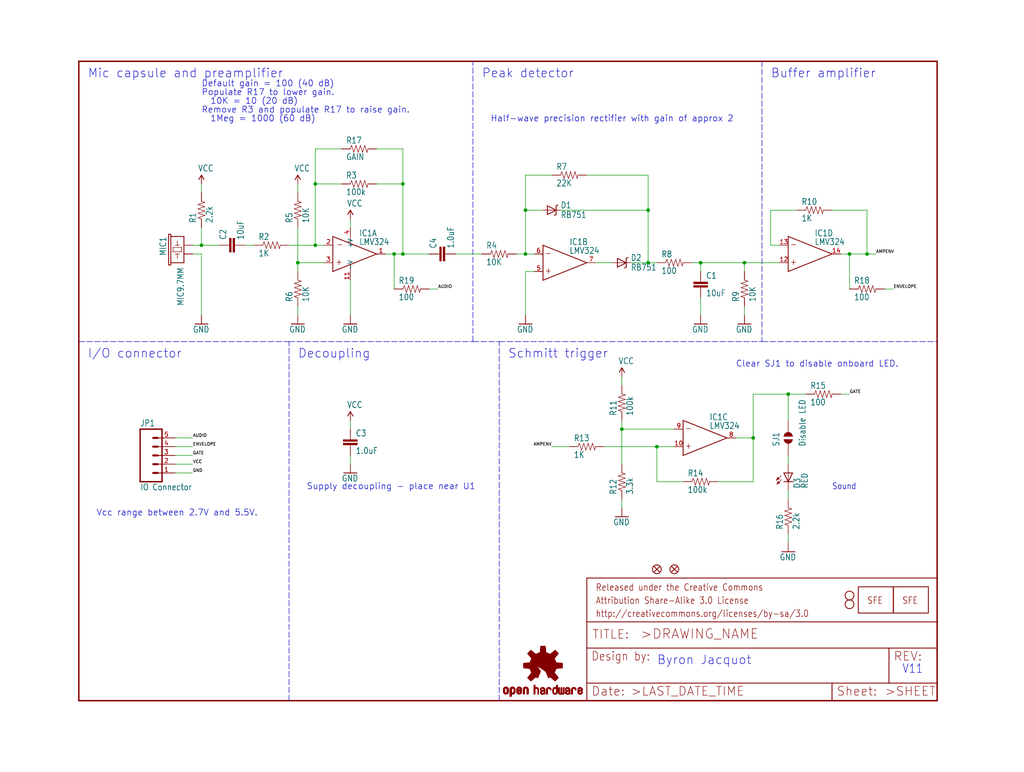
<source format=kicad_sch>
(kicad_sch (version 20211123) (generator eeschema)
  (paper "User" 297.002 223.926)
  (lib_symbols
    (symbol "eagleSchem-eagle-import:1.0UF-16V-10%(0603)"
      (property "Reference" "C" (at 1.524 2.921 0))
      (property "Value" "1.0UF-16V-10%(0603)" (at 1.524 -2.159 0))
      (symbol "1.0UF-16V-10%(0603)_1_0"
        (pin passive line (at 0 5.08 270) (length 2.54) (name "1") (number "1"))
        (pin passive line (at 0 -2.54 90) (length 2.54) (name "2") (number "2"))
      )
    )
    (symbol "eagleSchem-eagle-import:100KOHM1{slash}10W1%(0603)"
      (property "Reference" "R" (at -3.81 1.4986 0))
      (property "Value" "100KOHM1{slash}10W1%(0603)" (at -3.81 -3.302 0))
      (symbol "100KOHM1{slash}10W1%(0603)_1_0"
        (pin passive line (at -5.08 0 0) (length 2.54) (name "1") (number "1"))
        (pin passive line (at 5.08 0 180) (length 2.54) (name "2") (number "2"))
      )
    )
    (symbol "eagleSchem-eagle-import:100OHM1{slash}10W1%(0603)"
      (property "Reference" "R" (at -3.81 1.4986 0))
      (property "Value" "100OHM1{slash}10W1%(0603)" (at -3.81 -3.302 0))
      (symbol "100OHM1{slash}10W1%(0603)_1_0"
        (pin passive line (at -5.08 0 0) (length 2.54) (name "1") (number "1"))
        (pin passive line (at 5.08 0 180) (length 2.54) (name "2") (number "2"))
      )
    )
    (symbol "eagleSchem-eagle-import:10KOHM1{slash}10W1%(0603)0603"
      (property "Reference" "R" (at -3.81 1.4986 0))
      (property "Value" "10KOHM1{slash}10W1%(0603)0603" (at -3.81 -3.302 0))
      (symbol "10KOHM1{slash}10W1%(0603)0603_1_0"
        (pin passive line (at -5.08 0 0) (length 2.54) (name "1") (number "1"))
        (pin passive line (at 5.08 0 180) (length 2.54) (name "2") (number "2"))
      )
    )
    (symbol "eagleSchem-eagle-import:10UF-6.3V-20%(1206)"
      (property "Reference" "C" (at 1.524 2.921 0))
      (property "Value" "10UF-6.3V-20%(1206)" (at 1.524 -2.159 0))
      (symbol "10UF-6.3V-20%(1206)_1_0"
        (pin passive line (at 0 5.08 270) (length 2.54) (name "1") (number "1"))
        (pin passive line (at 0 -2.54 90) (length 2.54) (name "2") (number "2"))
      )
    )
    (symbol "eagleSchem-eagle-import:1KOHM1{slash}10W1%(0603)"
      (property "Reference" "R" (at -3.81 1.4986 0))
      (property "Value" "1KOHM1{slash}10W1%(0603)" (at -3.81 -3.302 0))
      (symbol "1KOHM1{slash}10W1%(0603)_1_0"
        (pin passive line (at -5.08 0 0) (length 2.54) (name "1") (number "1"))
        (pin passive line (at 5.08 0 180) (length 2.54) (name "2") (number "2"))
      )
    )
    (symbol "eagleSchem-eagle-import:2.2KOHM1{slash}10W1%(0603)"
      (property "Reference" "R" (at -3.81 1.4986 0))
      (property "Value" "2.2KOHM1{slash}10W1%(0603)" (at -3.81 -3.302 0))
      (symbol "2.2KOHM1{slash}10W1%(0603)_1_0"
        (pin passive line (at -5.08 0 0) (length 2.54) (name "1") (number "1"))
        (pin passive line (at 5.08 0 180) (length 2.54) (name "2") (number "2"))
      )
    )
    (symbol "eagleSchem-eagle-import:22KOHM1{slash}10W1%(0603)"
      (property "Reference" "R" (at -3.81 1.4986 0))
      (property "Value" "22KOHM1{slash}10W1%(0603)" (at -3.81 -3.302 0))
      (symbol "22KOHM1{slash}10W1%(0603)_1_0"
        (pin passive line (at -5.08 0 0) (length 2.54) (name "1") (number "1"))
        (pin passive line (at 5.08 0 180) (length 2.54) (name "2") (number "2"))
      )
    )
    (symbol "eagleSchem-eagle-import:3.3KOHM1{slash}10W1%(0603)"
      (property "Reference" "R" (at -3.81 1.4986 0))
      (property "Value" "3.3KOHM1{slash}10W1%(0603)" (at -3.81 -3.302 0))
      (symbol "3.3KOHM1{slash}10W1%(0603)_1_0"
        (pin passive line (at -5.08 0 0) (length 2.54) (name "1") (number "1"))
        (pin passive line (at 5.08 0 180) (length 2.54) (name "2") (number "2"))
      )
    )
    (symbol "eagleSchem-eagle-import:FIDUCIAL1X2")
    (symbol "eagleSchem-eagle-import:FRAME-LETTER"
      (symbol "FRAME-LETTER_2_0"
        (text ">DRAWING_NAME" (at 15.494 17.78 0) (effects (font (size 2.7432 2.7432)) (justify left bottom)))
        (text ">LAST_DATE_TIME" (at 12.7 1.27 0) (effects (font (size 2.54 2.54)) (justify left bottom)))
        (text ">SHEET" (at 86.36 1.27 0) (effects (font (size 2.54 2.54)) (justify left bottom)))
        (text "Attribution Share-Alike 3.0 License" (at 2.54 27.94 0) (effects (font (size 1.9304 1.6408)) (justify left bottom)))
        (text "Date:" (at 1.27 1.27 0) (effects (font (size 2.54 2.54)) (justify left bottom)))
        (text "Design by:" (at 1.27 11.43 0) (effects (font (size 2.54 2.159)) (justify left bottom)))
        (text "http://creativecommons.org/licenses/by-sa/3.0" (at 2.54 24.13 0) (effects (font (size 1.9304 1.6408)) (justify left bottom)))
        (text "Released under the Creative Commons" (at 2.54 31.75 0) (effects (font (size 1.9304 1.6408)) (justify left bottom)))
        (text "REV:" (at 88.9 11.43 0) (effects (font (size 2.54 2.54)) (justify left bottom)))
        (text "Sheet:" (at 72.39 1.27 0) (effects (font (size 2.54 2.54)) (justify left bottom)))
        (text "TITLE:" (at 1.524 17.78 0) (effects (font (size 2.54 2.54)) (justify left bottom)))
      )
    )
    (symbol "eagleSchem-eagle-import:GND" (power)
      (property "Value" "GND" (at -2.54 -2.54 0))
      (symbol "GND_1_0"
        (pin power_in line (at 0 2.54 270) (length 2.54) (name "GND") (number "1"))
      )
    )
    (symbol "eagleSchem-eagle-import:LED-RED0603"
      (property "Reference" "D" (at 3.556 -4.572 90))
      (property "Value" "LED-RED0603" (at 5.715 -4.572 90))
      (symbol "LED-RED0603_1_0"
        (pin passive line (at 0 2.54 270) (length 2.54) (name "A") (number "A"))
        (pin passive line (at 0 -5.08 90) (length 2.54) (name "C") (number "C"))
      )
    )
    (symbol "eagleSchem-eagle-import:LMV324"
      (property "Reference" "IC" (at 7.62 5.08 0))
      (property "Value" "LMV324" (at 7.62 2.54 0))
      (symbol "LMV324_1_0"
        (text "+" (at 0.762 -3.302 0) (effects (font (size 1.778 1.5113)) (justify left bottom)))
        (text "-" (at 1.016 1.778 0) (effects (font (size 1.778 1.5113)) (justify left bottom)))
        (pin output line (at 15.24 0 180) (length 2.54) (name "OUT") (number "1"))
        (pin power_in line (at 5.08 -7.62 90) (length 2.54) (name "-V") (number "11"))
        (pin input line (at -2.54 2.54 0) (length 2.54) (name "-IN") (number "2"))
        (pin input line (at -2.54 -2.54 0) (length 2.54) (name "+IN") (number "3"))
        (pin power_in line (at 5.08 7.62 270) (length 2.54) (name "+V") (number "4"))
      )
      (symbol "LMV324_2_0"
        (text "+" (at 0.508 -3.302 0) (effects (font (size 1.778 1.5113)) (justify left bottom)))
        (text "-" (at 0.508 1.778 0) (effects (font (size 1.778 1.5113)) (justify left bottom)))
        (pin input line (at -2.54 -2.54 0) (length 2.54) (name "+IN") (number "5"))
        (pin input line (at -2.54 2.54 0) (length 2.54) (name "-IN") (number "6"))
        (pin output line (at 15.24 0 180) (length 2.54) (name "OUT") (number "7"))
      )
      (symbol "LMV324_3_0"
        (text "+" (at 0.508 -3.302 0) (effects (font (size 1.778 1.5113)) (justify left bottom)))
        (text "-" (at 0.508 1.778 0) (effects (font (size 1.778 1.5113)) (justify left bottom)))
        (pin input line (at -2.54 -2.54 0) (length 2.54) (name "+IN") (number "10"))
        (pin output line (at 15.24 0 180) (length 2.54) (name "OUT") (number "8"))
        (pin input line (at -2.54 2.54 0) (length 2.54) (name "-IN") (number "9"))
      )
      (symbol "LMV324_4_0"
        (text "+" (at 0.508 -3.302 0) (effects (font (size 1.778 1.5113)) (justify left bottom)))
        (text "-" (at 0.508 1.778 0) (effects (font (size 1.778 1.5113)) (justify left bottom)))
        (pin input line (at -2.54 -2.54 0) (length 2.54) (name "+IN") (number "12"))
        (pin input line (at -2.54 2.54 0) (length 2.54) (name "-IN") (number "13"))
        (pin output line (at 15.24 0 180) (length 2.54) (name "OUT") (number "14"))
      )
    )
    (symbol "eagleSchem-eagle-import:LOGO-SFENW2"
      (symbol "LOGO-SFENW2_1_0"
        (text "SFE" (at 0 0 0) (effects (font (size 1.9304 1.6408)) (justify left bottom)))
      )
    )
    (symbol "eagleSchem-eagle-import:LOGO-SFESK"
      (symbol "LOGO-SFESK_1_0"
        (text "SFE" (at 0 0 0) (effects (font (size 1.9304 1.6408)) (justify left bottom)))
      )
    )
    (symbol "eagleSchem-eagle-import:M05PTH"
      (property "Reference" "JP" (at -2.54 8.382 0))
      (property "Value" "M05PTH" (at -2.54 -10.16 0))
      (symbol "M05PTH_1_0"
        (pin passive line (at 7.62 -5.08 180) (length 5.08) (name "1") (number "1"))
        (pin passive line (at 7.62 -2.54 180) (length 5.08) (name "2") (number "2"))
        (pin passive line (at 7.62 0 180) (length 5.08) (name "3") (number "3"))
        (pin passive line (at 7.62 2.54 180) (length 5.08) (name "4") (number "4"))
        (pin passive line (at 7.62 5.08 180) (length 5.08) (name "5") (number "5"))
      )
    )
    (symbol "eagleSchem-eagle-import:MIC9.7MM"
      (property "Value" "MIC9.7MM" (at 6.35 0 0))
      (symbol "MIC9.7MM_1_0"
        (pin passive line (at 0 -2.54 90) (length 2.54) (name "1") (number "1"))
        (pin passive line (at 2.54 -2.54 90) (length 2.54) (name "2") (number "2"))
      )
    )
    (symbol "eagleSchem-eagle-import:OSHW-LOGOM")
    (symbol "eagleSchem-eagle-import:RB751"
      (property "Reference" "D" (at 2.54 0.4826 0))
      (property "Value" "RB751" (at 2.54 -2.3114 0))
      (symbol "RB751_1_0"
        (pin passive line (at -2.54 0 0) (length 2.54) (name "A") (number "A"))
        (pin passive line (at 2.54 0 180) (length 2.54) (name "C") (number "C"))
      )
    )
    (symbol "eagleSchem-eagle-import:RESISTORPTH-1{slash}4W-VERT-KIT"
      (property "Reference" "R" (at -3.81 1.4986 0))
      (property "Value" "RESISTORPTH-1{slash}4W-VERT-KIT" (at -3.81 -3.302 0))
      (symbol "RESISTORPTH-1{slash}4W-VERT-KIT_1_0"
        (pin passive line (at -5.08 0 0) (length 2.54) (name "1") (number "P$1"))
        (pin passive line (at 5.08 0 180) (length 2.54) (name "2") (number "P$2"))
      )
    )
    (symbol "eagleSchem-eagle-import:SOLDERJUMPERNC"
      (property "Reference" "SJ" (at -2.54 2.54 0))
      (property "Value" "SOLDERJUMPERNC" (at -2.54 -5.08 0))
      (symbol "SOLDERJUMPERNC_1_0"
        (pin passive line (at -5.08 0 0) (length 2.54) (name "1") (number "1"))
        (pin passive line (at 5.08 0 180) (length 2.54) (name "2") (number "2"))
      )
    )
    (symbol "eagleSchem-eagle-import:STAND-OFF")
    (symbol "eagleSchem-eagle-import:VCC" (power)
      (property "Value" "VCC" (at -1.016 3.556 0))
      (symbol "VCC_1_0"
        (pin power_in line (at 0 0 90) (length 2.54) (name "VCC") (number "1"))
      )
    )
  )
  (junction (at 215.9 76.2))
  (junction (at 152.4 60.96))
  (junction (at 86.36 76.2))
  (junction (at 91.44 71.12))
  (junction (at 180.34 124.46))
  (junction (at 152.4 73.66))
  (junction (at 228.6 114.3))
  (junction (at 91.44 53.34))
  (junction (at 190.5 129.54))
  (junction (at 203.2 76.2))
  (junction (at 251.46 73.66))
  (junction (at 187.96 60.96))
  (junction (at 58.42 71.12))
  (junction (at 116.84 73.66))
  (junction (at 116.84 53.34))
  (junction (at 114.3 73.66))
  (junction (at 246.38 73.66))
  (junction (at 218.44 127))
  (junction (at 187.96 76.2))
  (wire (pts (xy 91.44 43.18) (xy 99.06 43.18)))
  (wire (pts (xy 241.3 60.96) (xy 251.46 60.96)))
  (wire (pts (xy 114.3 73.66) (xy 114.3 83.82)))
  (wire (pts (xy 200.66 76.2) (xy 203.2 76.2)))
  (wire (pts (xy 187.96 76.2) (xy 187.96 60.96)))
  (polyline (pts (xy 144.78 99.06) (xy 220.98 99.06)))
  (wire (pts (xy 251.46 60.96) (xy 251.46 73.66)))
  (wire (pts (xy 180.34 109.22) (xy 180.34 111.76)))
  (wire (pts (xy 195.58 124.46) (xy 180.34 124.46)))
  (wire (pts (xy 251.46 73.66) (xy 254 73.66)))
  (wire (pts (xy 152.4 50.8) (xy 160.02 50.8)))
  (wire (pts (xy 228.6 121.92) (xy 228.6 114.3)))
  (wire (pts (xy 116.84 73.66) (xy 124.46 73.66)))
  (wire (pts (xy 228.6 114.3) (xy 233.68 114.3)))
  (wire (pts (xy 162.56 60.96) (xy 187.96 60.96)))
  (polyline (pts (xy 22.86 99.06) (xy 83.82 99.06)))
  (wire (pts (xy 101.6 121.92) (xy 101.6 124.46)))
  (polyline (pts (xy 83.82 99.06) (xy 137.16 99.06)))
  (wire (pts (xy 190.5 129.54) (xy 175.26 129.54)))
  (wire (pts (xy 152.4 60.96) (xy 157.48 60.96)))
  (wire (pts (xy 86.36 66.04) (xy 86.36 76.2)))
  (wire (pts (xy 132.08 73.66) (xy 139.7 73.66)))
  (wire (pts (xy 109.22 43.18) (xy 116.84 43.18)))
  (wire (pts (xy 86.36 88.9) (xy 86.36 91.44)))
  (wire (pts (xy 63.5 71.12) (xy 58.42 71.12)))
  (polyline (pts (xy 220.98 17.78) (xy 220.98 99.06)))
  (wire (pts (xy 152.4 60.96) (xy 152.4 50.8)))
  (wire (pts (xy 203.2 78.74) (xy 203.2 76.2)))
  (wire (pts (xy 152.4 91.44) (xy 152.4 78.74)))
  (wire (pts (xy 218.44 127) (xy 218.44 114.3)))
  (wire (pts (xy 203.2 86.36) (xy 203.2 91.44)))
  (wire (pts (xy 223.52 60.96) (xy 231.14 60.96)))
  (wire (pts (xy 111.76 73.66) (xy 114.3 73.66)))
  (wire (pts (xy 55.88 71.12) (xy 58.42 71.12)))
  (wire (pts (xy 218.44 114.3) (xy 228.6 114.3)))
  (wire (pts (xy 172.72 76.2) (xy 177.8 76.2)))
  (wire (pts (xy 116.84 53.34) (xy 109.22 53.34)))
  (wire (pts (xy 180.34 147.32) (xy 180.34 144.78)))
  (wire (pts (xy 187.96 76.2) (xy 190.5 76.2)))
  (polyline (pts (xy 137.16 99.06) (xy 137.16 17.78)))
  (wire (pts (xy 228.6 144.78) (xy 228.6 142.24)))
  (wire (pts (xy 246.38 73.66) (xy 243.84 73.66)))
  (wire (pts (xy 116.84 43.18) (xy 116.84 53.34)))
  (wire (pts (xy 93.98 76.2) (xy 86.36 76.2)))
  (wire (pts (xy 243.84 114.3) (xy 246.38 114.3)))
  (wire (pts (xy 114.3 73.66) (xy 116.84 73.66)))
  (wire (pts (xy 180.34 124.46) (xy 180.34 134.62)))
  (wire (pts (xy 251.46 73.66) (xy 246.38 73.66)))
  (wire (pts (xy 228.6 157.48) (xy 228.6 154.94)))
  (wire (pts (xy 91.44 71.12) (xy 83.82 71.12)))
  (wire (pts (xy 93.98 71.12) (xy 91.44 71.12)))
  (wire (pts (xy 218.44 127) (xy 213.36 127)))
  (wire (pts (xy 101.6 91.44) (xy 101.6 81.28)))
  (wire (pts (xy 226.06 71.12) (xy 223.52 71.12)))
  (wire (pts (xy 187.96 50.8) (xy 170.18 50.8)))
  (wire (pts (xy 58.42 55.88) (xy 58.42 53.34)))
  (wire (pts (xy 71.12 71.12) (xy 73.66 71.12)))
  (wire (pts (xy 116.84 73.66) (xy 116.84 53.34)))
  (wire (pts (xy 91.44 53.34) (xy 91.44 43.18)))
  (wire (pts (xy 182.88 76.2) (xy 187.96 76.2)))
  (wire (pts (xy 187.96 60.96) (xy 187.96 50.8)))
  (wire (pts (xy 50.8 129.54) (xy 55.88 129.54)))
  (wire (pts (xy 223.52 71.12) (xy 223.52 60.96)))
  (wire (pts (xy 124.46 83.82) (xy 127 83.82)))
  (wire (pts (xy 101.6 66.04) (xy 101.6 63.5)))
  (wire (pts (xy 190.5 139.7) (xy 198.12 139.7)))
  (wire (pts (xy 55.88 73.66) (xy 58.42 73.66)))
  (wire (pts (xy 50.8 137.16) (xy 55.88 137.16)))
  (wire (pts (xy 195.58 129.54) (xy 190.5 129.54)))
  (wire (pts (xy 86.36 53.34) (xy 86.36 55.88)))
  (wire (pts (xy 256.54 83.82) (xy 259.08 83.82)))
  (wire (pts (xy 50.8 134.62) (xy 55.88 134.62)))
  (wire (pts (xy 152.4 73.66) (xy 154.94 73.66)))
  (wire (pts (xy 152.4 73.66) (xy 152.4 60.96)))
  (wire (pts (xy 215.9 76.2) (xy 226.06 76.2)))
  (wire (pts (xy 152.4 78.74) (xy 154.94 78.74)))
  (wire (pts (xy 149.86 73.66) (xy 152.4 73.66)))
  (polyline (pts (xy 220.98 99.06) (xy 271.78 99.06)))
  (wire (pts (xy 246.38 83.82) (xy 246.38 73.66)))
  (wire (pts (xy 50.8 132.08) (xy 55.88 132.08)))
  (wire (pts (xy 203.2 76.2) (xy 215.9 76.2)))
  (wire (pts (xy 228.6 134.62) (xy 228.6 132.08)))
  (wire (pts (xy 208.28 139.7) (xy 218.44 139.7)))
  (polyline (pts (xy 144.78 203.2) (xy 144.78 99.06)))
  (wire (pts (xy 215.9 88.9) (xy 215.9 91.44)))
  (wire (pts (xy 50.8 127) (xy 55.88 127)))
  (wire (pts (xy 91.44 53.34) (xy 91.44 71.12)))
  (polyline (pts (xy 137.16 99.06) (xy 144.78 99.06)))
  (wire (pts (xy 58.42 71.12) (xy 58.42 66.04)))
  (wire (pts (xy 218.44 139.7) (xy 218.44 127)))
  (wire (pts (xy 165.1 129.54) (xy 160.02 129.54)))
  (wire (pts (xy 215.9 78.74) (xy 215.9 76.2)))
  (polyline (pts (xy 83.82 203.2) (xy 83.82 99.06)))
  (wire (pts (xy 99.06 53.34) (xy 91.44 53.34)))
  (wire (pts (xy 190.5 129.54) (xy 190.5 139.7)))
  (wire (pts (xy 180.34 121.92) (xy 180.34 124.46)))
  (wire (pts (xy 101.6 134.62) (xy 101.6 132.08)))
  (wire (pts (xy 58.42 91.44) (xy 58.42 73.66)))
  (wire (pts (xy 86.36 76.2) (xy 86.36 78.74)))
  (text "Byron Jacquot" (at 190.5 193.04 180) (effects (font (size 2.54 2.54)) (justify left bottom)))
  (text "Decoupling" (at 86.36 104.14 180) (effects (font (size 2.54 2.54)) (justify left bottom)))
  (text "10K = 10 (20 dB)" (at 60.96 30.48 180) (effects (font (size 1.778 1.778)) (justify left bottom)))
  (text "Peak detector" (at 139.7 22.86 180) (effects (font (size 2.54 2.54)) (justify left bottom)))
  (text "Buffer amplifier" (at 223.52 22.86 180) (effects (font (size 2.54 2.54)) (justify left bottom)))
  (text "Remove R3 and populate R17 to raise gain." (at 58.42 33.02 180) (effects (font (size 1.778 1.778)) (justify left bottom)))
  (text "Default gain = 100 (40 dB)" (at 58.42 25.4 180) (effects (font (size 1.778 1.778)) (justify left bottom)))
  (text "Supply decoupling - place near U1" (at 88.9 142.24 180) (effects (font (size 1.778 1.778)) (justify left bottom)))
  (text "Half-wave precision rectifier with gain of approx 2" (at 142.24 35.56 0) (effects (font (size 1.778 1.778)) (justify left bottom)))
  (text "Mic capsule and preamplifier" (at 25.4 22.86 180) (effects (font (size 2.54 2.54)) (justify left bottom)))
  (text "V11" (at 261.62 195.58 180) (effects (font (size 2.54 2.159)) (justify left bottom)))
  (text "Populate R17 to lower gain." (at 58.42 27.94 180) (effects (font (size 1.778 1.778)) (justify left bottom)))
  (text "1Meg = 1000 (60 dB)" (at 60.96 35.56 180) (effects (font (size 1.778 1.778)) (justify left bottom)))
  (text "Vcc range between 2.7V and 5.5V." (at 27.94 149.86 180) (effects (font (size 1.778 1.778)) (justify left bottom)))
  (text "Sound" (at 241.3 142.24 180) (effects (font (size 1.778 1.5113)) (justify left bottom)))
  (text "Schmitt trigger" (at 147.32 104.14 180) (effects (font (size 2.54 2.54)) (justify left bottom)))
  (text "I/O connector" (at 25.4 104.14 180) (effects (font (size 2.54 2.54)) (justify left bottom)))
  (text "Clear SJ1 to disable onboard LED." (at 213.36 106.68 180) (effects (font (size 1.778 1.778)) (justify left bottom)))
  (label "GND" (at 55.88 137.16 0) (effects (font (size 0.889 0.889))))
  (label "AUDIO" (at 127 83.82 0) (effects (font (size 0.889 0.889))))
  (label "GATE" (at 246.38 114.3 0) (effects (font (size 0.889 0.889))))
  (label "VCC" (at 55.88 134.62 0) (effects (font (size 0.889 0.889))))
  (label "AMPENV" (at 254 73.66 0) (effects (font (size 0.889 0.889))))
  (label "GATE" (at 55.88 132.08 0) (effects (font (size 0.889 0.889))))
  (label "ENVELOPE" (at 55.88 129.54 0) (effects (font (size 0.889 0.889))))
  (label "AUDIO" (at 55.88 127 0) (effects (font (size 0.889 0.889))))
  (label "ENVELOPE" (at 259.08 83.82 0) (effects (font (size 0.889 0.889))))
  (label "AMPENV" (at 160.02 129.54 180) (effects (font (size 0.889 0.889))))
  (symbol (lib_id "eagleSchem-eagle-import:1.0UF-16V-10%(0603)") (at 129.54 73.66 90) (unit 1)
    (property "Reference" "C4" (at 126.619 72.136 0) (effects (font (size 1.778 1.5113)) (justify left bottom)))
    (property "Value" "1.0uF" (at 131.699 72.136 0) (effects (font (size 1.778 1.5113)) (justify left bottom)))
    (property "Footprint" "eagleSchem:0603-CAP" (effects hide))
  )
  (symbol (lib_id "eagleSchem-eagle-import:100KOHM1{slash}10W1%(0603)") (at 104.14 53.34 0) (unit 1)
    (property "Reference" "R3" (at 100.33 51.8414 0) (effects (font (size 1.778 1.5113)) (justify left bottom)))
    (property "Value" "100k" (at 100.33 56.642 0) (effects (font (size 1.778 1.5113)) (justify left bottom)))
    (property "Footprint" "eagleSchem:0603-RES" (effects hide))
  )
  (symbol (lib_id "eagleSchem-eagle-import:100OHM1{slash}10W1%(0603)") (at 195.58 76.2 0) (unit 1)
    (property "Reference" "R8" (at 191.77 74.7014 0) (effects (font (size 1.778 1.5113)) (justify left bottom)))
    (property "Value" "100" (at 191.77 79.502 0) (effects (font (size 1.778 1.5113)) (justify left bottom)))
    (property "Footprint" "eagleSchem:0603-RES" (effects hide))
  )
  (symbol (lib_id "eagleSchem-eagle-import:3.3KOHM1{slash}10W1%(0603)") (at 180.34 139.7 90) (unit 1)
    (property "Reference" "R12" (at 178.8414 143.51 0) (effects (font (size 1.778 1.5113)) (justify left bottom)))
    (property "Value" "3.3k" (at 183.642 143.51 0) (effects (font (size 1.778 1.5113)) (justify left bottom)))
    (property "Footprint" "eagleSchem:0603-RES" (effects hide))
  )
  (symbol (lib_id "eagleSchem-eagle-import:10UF-6.3V-20%(1206)") (at 203.2 83.82 0) (unit 1)
    (property "Reference" "C1" (at 204.724 80.899 0) (effects (font (size 1.778 1.5113)) (justify left bottom)))
    (property "Value" "10uF" (at 204.724 85.979 0) (effects (font (size 1.778 1.5113)) (justify left bottom)))
    (property "Footprint" "eagleSchem:1206" (effects hide))
  )
  (symbol (lib_id "eagleSchem-eagle-import:M05PTH") (at 43.18 132.08 0) (unit 1)
    (property "Reference" "JP1" (at 40.64 123.698 0) (effects (font (size 1.778 1.5113)) (justify left bottom)))
    (property "Value" "IO Connector" (at 40.64 142.24 0) (effects (font (size 1.778 1.5113)) (justify left bottom)))
    (property "Footprint" "eagleSchem:1X05" (effects hide))
  )
  (symbol (lib_id "eagleSchem-eagle-import:22KOHM1{slash}10W1%(0603)") (at 165.1 50.8 0) (unit 1)
    (property "Reference" "R7" (at 161.29 49.3014 0) (effects (font (size 1.778 1.5113)) (justify left bottom)))
    (property "Value" "22K" (at 161.29 54.102 0) (effects (font (size 1.778 1.5113)) (justify left bottom)))
    (property "Footprint" "eagleSchem:0603-RES" (effects hide))
  )
  (symbol (lib_id "eagleSchem-eagle-import:GND") (at 228.6 160.02 0) (unit 1)
    (property "Reference" "#GND1" (effects hide))
    (property "Value" "GND" (at 226.06 162.56 0) (effects (font (size 1.778 1.5113)) (justify left bottom)))
    (property "Footprint" "eagleSchem:" (effects hide))
  )
  (symbol (lib_id "eagleSchem-eagle-import:100OHM1{slash}10W1%(0603)") (at 238.76 114.3 0) (unit 1)
    (property "Reference" "R15" (at 234.95 112.8014 0) (effects (font (size 1.778 1.5113)) (justify left bottom)))
    (property "Value" "100" (at 234.95 117.602 0) (effects (font (size 1.778 1.5113)) (justify left bottom)))
    (property "Footprint" "eagleSchem:0603-RES" (effects hide))
  )
  (symbol (lib_id "eagleSchem-eagle-import:LED-RED0603") (at 228.6 137.16 0) (unit 1)
    (property "Reference" "D3" (at 232.156 141.732 90) (effects (font (size 1.778 1.5113)) (justify left bottom)))
    (property "Value" "RED" (at 234.315 141.732 90) (effects (font (size 1.778 1.5113)) (justify left bottom)))
    (property "Footprint" "eagleSchem:LED-0603" (effects hide))
  )
  (symbol (lib_id "eagleSchem-eagle-import:10KOHM1{slash}10W1%(0603)0603") (at 215.9 83.82 90) (unit 1)
    (property "Reference" "R9" (at 214.4014 87.63 0) (effects (font (size 1.778 1.5113)) (justify left bottom)))
    (property "Value" "10K" (at 219.202 87.63 0) (effects (font (size 1.778 1.5113)) (justify left bottom)))
    (property "Footprint" "eagleSchem:0603-RES" (effects hide))
  )
  (symbol (lib_id "eagleSchem-eagle-import:FRAME-LETTER") (at 22.86 203.2 0) (unit 1)
    (property "Reference" "FRAME1" (effects hide))
    (property "Value" "FRAME-LETTER" (effects hide))
    (property "Footprint" "eagleSchem:CREATIVE_COMMONS" (effects hide))
  )
  (symbol (lib_id "eagleSchem-eagle-import:RB751") (at 160.02 60.96 0) (unit 1)
    (property "Reference" "D1" (at 162.56 60.4774 0) (effects (font (size 1.778 1.5113)) (justify left bottom)))
    (property "Value" "RB751" (at 162.56 63.2714 0) (effects (font (size 1.778 1.5113)) (justify left bottom)))
    (property "Footprint" "eagleSchem:SOD-523" (effects hide))
  )
  (symbol (lib_id "eagleSchem-eagle-import:10KOHM1{slash}10W1%(0603)0603") (at 144.78 73.66 0) (unit 1)
    (property "Reference" "R4" (at 140.97 72.1614 0) (effects (font (size 1.778 1.5113)) (justify left bottom)))
    (property "Value" "10K" (at 140.97 76.962 0) (effects (font (size 1.778 1.5113)) (justify left bottom)))
    (property "Footprint" "eagleSchem:0603-RES" (effects hide))
  )
  (symbol (lib_id "eagleSchem-eagle-import:SOLDERJUMPERNC") (at 228.6 127 90) (unit 1)
    (property "Reference" "SJ1" (at 226.06 129.54 0) (effects (font (size 1.778 1.5113)) (justify left bottom)))
    (property "Value" "Disable LED" (at 233.68 129.54 0) (effects (font (size 1.778 1.5113)) (justify left bottom)))
    (property "Footprint" "eagleSchem:SJ_2S" (effects hide))
  )
  (symbol (lib_id "eagleSchem-eagle-import:10KOHM1{slash}10W1%(0603)0603") (at 86.36 60.96 90) (unit 1)
    (property "Reference" "R5" (at 84.8614 64.77 0) (effects (font (size 1.778 1.5113)) (justify left bottom)))
    (property "Value" "10K" (at 89.662 64.77 0) (effects (font (size 1.778 1.5113)) (justify left bottom)))
    (property "Footprint" "eagleSchem:0603-RES" (effects hide))
  )
  (symbol (lib_id "eagleSchem-eagle-import:RB751") (at 180.34 76.2 0) (unit 1)
    (property "Reference" "D2" (at 182.88 75.7174 0) (effects (font (size 1.778 1.5113)) (justify left bottom)))
    (property "Value" "RB751" (at 182.88 78.5114 0) (effects (font (size 1.778 1.5113)) (justify left bottom)))
    (property "Footprint" "eagleSchem:SOD-523" (effects hide))
  )
  (symbol (lib_id "eagleSchem-eagle-import:VCC") (at 101.6 63.5 0) (unit 1)
    (property "Reference" "#SUPPLY3" (effects hide))
    (property "Value" "VCC" (at 100.584 59.944 0) (effects (font (size 1.778 1.5113)) (justify left bottom)))
    (property "Footprint" "eagleSchem:" (effects hide))
  )
  (symbol (lib_id "eagleSchem-eagle-import:LOGO-SFENW2") (at 261.62 175.26 0) (unit 1)
    (property "Reference" "LOGO2" (effects hide))
    (property "Value" "LOGO-SFENW2" (effects hide))
    (property "Footprint" "eagleSchem:SFE-NEW-WEB" (effects hide))
  )
  (symbol (lib_id "eagleSchem-eagle-import:VCC") (at 58.42 53.34 0) (unit 1)
    (property "Reference" "#SUPPLY1" (effects hide))
    (property "Value" "VCC" (at 57.404 49.784 0) (effects (font (size 1.778 1.5113)) (justify left bottom)))
    (property "Footprint" "eagleSchem:" (effects hide))
  )
  (symbol (lib_id "eagleSchem-eagle-import:OSHW-LOGOM") (at 157.48 193.04 0) (unit 1)
    (property "Reference" "LOGO1" (effects hide))
    (property "Value" "OSHW-LOGOM" (effects hide))
    (property "Footprint" "eagleSchem:OSHW-LOGO-M" (effects hide))
  )
  (symbol (lib_id "eagleSchem-eagle-import:RESISTORPTH-1{slash}4W-VERT-KIT") (at 104.14 43.18 0) (unit 1)
    (property "Reference" "R17" (at 100.33 41.6814 0) (effects (font (size 1.778 1.5113)) (justify left bottom)))
    (property "Value" "GAIN" (at 100.33 46.482 0) (effects (font (size 1.778 1.5113)) (justify left bottom)))
    (property "Footprint" "eagleSchem:AXIAL-0.1EZ" (effects hide))
  )
  (symbol (lib_id "eagleSchem-eagle-import:2.2KOHM1{slash}10W1%(0603)") (at 58.42 60.96 90) (unit 1)
    (property "Reference" "R1" (at 56.9214 64.77 0) (effects (font (size 1.778 1.5113)) (justify left bottom)))
    (property "Value" "2.2k" (at 61.722 64.77 0) (effects (font (size 1.778 1.5113)) (justify left bottom)))
    (property "Footprint" "eagleSchem:0603-RES" (effects hide))
  )
  (symbol (lib_id "eagleSchem-eagle-import:GND") (at 215.9 93.98 0) (unit 1)
    (property "Reference" "#GND6" (effects hide))
    (property "Value" "GND" (at 213.36 96.52 0) (effects (font (size 1.778 1.5113)) (justify left bottom)))
    (property "Footprint" "eagleSchem:" (effects hide))
  )
  (symbol (lib_id "eagleSchem-eagle-import:100OHM1{slash}10W1%(0603)") (at 251.46 83.82 0) (unit 1)
    (property "Reference" "R18" (at 247.65 82.3214 0) (effects (font (size 1.778 1.5113)) (justify left bottom)))
    (property "Value" "100" (at 247.65 87.122 0) (effects (font (size 1.778 1.5113)) (justify left bottom)))
    (property "Footprint" "eagleSchem:0603-RES" (effects hide))
  )
  (symbol (lib_id "eagleSchem-eagle-import:100OHM1{slash}10W1%(0603)") (at 119.38 83.82 0) (unit 1)
    (property "Reference" "R19" (at 115.57 82.3214 0) (effects (font (size 1.778 1.5113)) (justify left bottom)))
    (property "Value" "100" (at 115.57 87.122 0) (effects (font (size 1.778 1.5113)) (justify left bottom)))
    (property "Footprint" "eagleSchem:0603-RES" (effects hide))
  )
  (symbol (lib_id "eagleSchem-eagle-import:LMV324") (at 157.48 76.2 0) (unit 2)
    (property "Reference" "IC1" (at 165.1 71.12 0) (effects (font (size 1.778 1.5113)) (justify left bottom)))
    (property "Value" "LMV324" (at 165.1 73.66 0) (effects (font (size 1.778 1.5113)) (justify left bottom)))
    (property "Footprint" "eagleSchem:SO014" (effects hide))
  )
  (symbol (lib_id "eagleSchem-eagle-import:1KOHM1{slash}10W1%(0603)") (at 78.74 71.12 0) (unit 1)
    (property "Reference" "R2" (at 74.93 69.6214 0) (effects (font (size 1.778 1.5113)) (justify left bottom)))
    (property "Value" "1K" (at 74.93 74.422 0) (effects (font (size 1.778 1.5113)) (justify left bottom)))
    (property "Footprint" "eagleSchem:0603-RES" (effects hide))
  )
  (symbol (lib_id "eagleSchem-eagle-import:GND") (at 58.42 93.98 0) (unit 1)
    (property "Reference" "#GND2" (effects hide))
    (property "Value" "GND" (at 55.88 96.52 0) (effects (font (size 1.778 1.5113)) (justify left bottom)))
    (property "Footprint" "eagleSchem:" (effects hide))
  )
  (symbol (lib_id "eagleSchem-eagle-import:LMV324") (at 198.12 127 0) (unit 3)
    (property "Reference" "IC1" (at 205.74 121.92 0) (effects (font (size 1.778 1.5113)) (justify left bottom)))
    (property "Value" "LMV324" (at 205.74 124.46 0) (effects (font (size 1.778 1.5113)) (justify left bottom)))
    (property "Footprint" "eagleSchem:SO014" (effects hide))
  )
  (symbol (lib_id "eagleSchem-eagle-import:VCC") (at 101.6 121.92 0) (unit 1)
    (property "Reference" "#SUPPLY5" (effects hide))
    (property "Value" "VCC" (at 100.584 118.364 0) (effects (font (size 1.778 1.5113)) (justify left bottom)))
    (property "Footprint" "eagleSchem:" (effects hide))
  )
  (symbol (lib_id "eagleSchem-eagle-import:LOGO-SFESK") (at 251.46 175.26 0) (unit 1)
    (property "Reference" "LOGO3" (effects hide))
    (property "Value" "LOGO-SFESK" (effects hide))
    (property "Footprint" "eagleSchem:SFE-LOGO-FLAME" (effects hide))
  )
  (symbol (lib_id "eagleSchem-eagle-import:10UF-6.3V-20%(1206)") (at 68.58 71.12 90) (unit 1)
    (property "Reference" "C2" (at 65.659 69.596 0) (effects (font (size 1.778 1.5113)) (justify left bottom)))
    (property "Value" "10uF" (at 70.739 69.596 0) (effects (font (size 1.778 1.5113)) (justify left bottom)))
    (property "Footprint" "eagleSchem:1206" (effects hide))
  )
  (symbol (lib_id "eagleSchem-eagle-import:1KOHM1{slash}10W1%(0603)") (at 170.18 129.54 0) (unit 1)
    (property "Reference" "R13" (at 166.37 128.0414 0) (effects (font (size 1.778 1.5113)) (justify left bottom)))
    (property "Value" "1K" (at 166.37 132.842 0) (effects (font (size 1.778 1.5113)) (justify left bottom)))
    (property "Footprint" "eagleSchem:0603-RES" (effects hide))
  )
  (symbol (lib_id "eagleSchem-eagle-import:GND") (at 152.4 93.98 0) (unit 1)
    (property "Reference" "#GND7" (effects hide))
    (property "Value" "GND" (at 149.86 96.52 0) (effects (font (size 1.778 1.5113)) (justify left bottom)))
    (property "Footprint" "eagleSchem:" (effects hide))
  )
  (symbol (lib_id "eagleSchem-eagle-import:STAND-OFF") (at 246.38 172.72 0) (unit 1)
    (property "Reference" "STANDOFF2" (effects hide))
    (property "Value" "STAND-OFF" (effects hide))
    (property "Footprint" "eagleSchem:STAND-OFF" (effects hide))
  )
  (symbol (lib_id "eagleSchem-eagle-import:LMV324") (at 96.52 73.66 0) (unit 1)
    (property "Reference" "IC1" (at 104.14 68.58 0) (effects (font (size 1.778 1.5113)) (justify left bottom)))
    (property "Value" "LMV324" (at 104.14 71.12 0) (effects (font (size 1.778 1.5113)) (justify left bottom)))
    (property "Footprint" "eagleSchem:SO014" (effects hide))
  )
  (symbol (lib_id "eagleSchem-eagle-import:LMV324") (at 228.6 73.66 0) (unit 4)
    (property "Reference" "IC1" (at 236.22 68.58 0) (effects (font (size 1.778 1.5113)) (justify left bottom)))
    (property "Value" "LMV324" (at 236.22 71.12 0) (effects (font (size 1.778 1.5113)) (justify left bottom)))
    (property "Footprint" "eagleSchem:SO014" (effects hide))
  )
  (symbol (lib_id "eagleSchem-eagle-import:100KOHM1{slash}10W1%(0603)") (at 180.34 116.84 90) (unit 1)
    (property "Reference" "R11" (at 178.8414 120.65 0) (effects (font (size 1.778 1.5113)) (justify left bottom)))
    (property "Value" "100k" (at 183.642 120.65 0) (effects (font (size 1.778 1.5113)) (justify left bottom)))
    (property "Footprint" "eagleSchem:0603-RES" (effects hide))
  )
  (symbol (lib_id "eagleSchem-eagle-import:GND") (at 86.36 93.98 0) (unit 1)
    (property "Reference" "#GND3" (effects hide))
    (property "Value" "GND" (at 83.82 96.52 0) (effects (font (size 1.778 1.5113)) (justify left bottom)))
    (property "Footprint" "eagleSchem:" (effects hide))
  )
  (symbol (lib_id "eagleSchem-eagle-import:FIDUCIAL1X2") (at 195.58 165.1 0) (unit 1)
    (property "Reference" "FID4" (effects hide))
    (property "Value" "FIDUCIAL1X2" (effects hide))
    (property "Footprint" "eagleSchem:FIDUCIAL-1X2" (effects hide))
  )
  (symbol (lib_id "eagleSchem-eagle-import:FRAME-LETTER") (at 170.18 203.2 0) (unit 2)
    (property "Reference" "FRAME1" (effects hide))
    (property "Value" "FRAME-LETTER" (effects hide))
    (property "Footprint" "eagleSchem:CREATIVE_COMMONS" (effects hide))
  )
  (symbol (lib_id "eagleSchem-eagle-import:VCC") (at 86.36 53.34 0) (unit 1)
    (property "Reference" "#SUPPLY2" (effects hide))
    (property "Value" "VCC" (at 85.344 49.784 0) (effects (font (size 1.778 1.5113)) (justify left bottom)))
    (property "Footprint" "eagleSchem:" (effects hide))
  )
  (symbol (lib_id "eagleSchem-eagle-import:GND") (at 180.34 149.86 0) (unit 1)
    (property "Reference" "#GND8" (effects hide))
    (property "Value" "GND" (at 177.8 152.4 0) (effects (font (size 1.778 1.5113)) (justify left bottom)))
    (property "Footprint" "eagleSchem:" (effects hide))
  )
  (symbol (lib_id "eagleSchem-eagle-import:1KOHM1{slash}10W1%(0603)") (at 236.22 60.96 0) (unit 1)
    (property "Reference" "R10" (at 232.41 59.4614 0) (effects (font (size 1.778 1.5113)) (justify left bottom)))
    (property "Value" "1K" (at 232.41 64.262 0) (effects (font (size 1.778 1.5113)) (justify left bottom)))
    (property "Footprint" "eagleSchem:0603-RES" (effects hide))
  )
  (symbol (lib_id "eagleSchem-eagle-import:2.2KOHM1{slash}10W1%(0603)") (at 228.6 149.86 90) (unit 1)
    (property "Reference" "R16" (at 227.1014 153.67 0) (effects (font (size 1.778 1.5113)) (justify left bottom)))
    (property "Value" "2.2k" (at 231.902 153.67 0) (effects (font (size 1.778 1.5113)) (justify left bottom)))
    (property "Footprint" "eagleSchem:0603-RES" (effects hide))
  )
  (symbol (lib_id "eagleSchem-eagle-import:100KOHM1{slash}10W1%(0603)") (at 203.2 139.7 0) (unit 1)
    (property "Reference" "R14" (at 199.39 138.2014 0) (effects (font (size 1.778 1.5113)) (justify left bottom)))
    (property "Value" "100k" (at 199.39 143.002 0) (effects (font (size 1.778 1.5113)) (justify left bottom)))
    (property "Footprint" "eagleSchem:0603-RES" (effects hide))
  )
  (symbol (lib_id "eagleSchem-eagle-import:FIDUCIAL1X2") (at 190.5 165.1 0) (unit 1)
    (property "Reference" "FID3" (effects hide))
    (property "Value" "FIDUCIAL1X2" (effects hide))
    (property "Footprint" "eagleSchem:FIDUCIAL-1X2" (effects hide))
  )
  (symbol (lib_id "eagleSchem-eagle-import:MIC9.7MM") (at 53.34 71.12 90) (mirror x) (unit 1)
    (property "Reference" "MIC1" (at 48.26 68.58 0) (effects (font (size 1.778 1.5113)) (justify left bottom)))
    (property "Value" "MIC9.7MM" (at 53.34 77.47 0) (effects (font (size 1.778 1.5113)) (justify left bottom)))
    (property "Footprint" "eagleSchem:MIC-9.7MM" (effects hide))
  )
  (symbol (lib_id "eagleSchem-eagle-import:10KOHM1{slash}10W1%(0603)0603") (at 86.36 83.82 90) (unit 1)
    (property "Reference" "R6" (at 84.8614 87.63 0) (effects (font (size 1.778 1.5113)) (justify left bottom)))
    (property "Value" "10K" (at 89.662 87.63 0) (effects (font (size 1.778 1.5113)) (justify left bottom)))
    (property "Footprint" "eagleSchem:0603-RES" (effects hide))
  )
  (symbol (lib_id "eagleSchem-eagle-import:GND") (at 101.6 93.98 0) (unit 1)
    (property "Reference" "#GND4" (effects hide))
    (property "Value" "GND" (at 99.06 96.52 0) (effects (font (size 1.778 1.5113)) (justify left bottom)))
    (property "Footprint" "eagleSchem:" (effects hide))
  )
  (symbol (lib_id "eagleSchem-eagle-import:VCC") (at 180.34 109.22 0) (unit 1)
    (property "Reference" "#SUPPLY4" (effects hide))
    (property "Value" "VCC" (at 179.324 105.664 0) (effects (font (size 1.778 1.5113)) (justify left bottom)))
    (property "Footprint" "eagleSchem:" (effects hide))
  )
  (symbol (lib_id "eagleSchem-eagle-import:GND") (at 203.2 93.98 0) (unit 1)
    (property "Reference" "#GND5" (effects hide))
    (property "Value" "GND" (at 200.66 96.52 0) (effects (font (size 1.778 1.5113)) (justify left bottom)))
    (property "Footprint" "eagleSchem:" (effects hide))
  )
  (symbol (lib_id "eagleSchem-eagle-import:STAND-OFF") (at 246.38 175.26 0) (unit 1)
    (property "Reference" "STANDOFF1" (effects hide))
    (property "Value" "STAND-OFF" (effects hide))
    (property "Footprint" "eagleSchem:STAND-OFF" (effects hide))
  )
  (symbol (lib_id "eagleSchem-eagle-import:GND") (at 101.6 137.16 0) (unit 1)
    (property "Reference" "#GND9" (effects hide))
    (property "Value" "GND" (at 99.06 139.7 0) (effects (font (size 1.778 1.5113)) (justify left bottom)))
    (property "Footprint" "eagleSchem:" (effects hide))
  )
  (symbol (lib_id "eagleSchem-eagle-import:1.0UF-16V-10%(0603)") (at 101.6 129.54 0) (unit 1)
    (property "Reference" "C3" (at 103.124 126.619 0) (effects (font (size 1.778 1.5113)) (justify left bottom)))
    (property "Value" "1.0uF" (at 103.124 131.699 0) (effects (font (size 1.778 1.5113)) (justify left bottom)))
    (property "Footprint" "eagleSchem:0603-CAP" (effects hide))
  )
)
</source>
